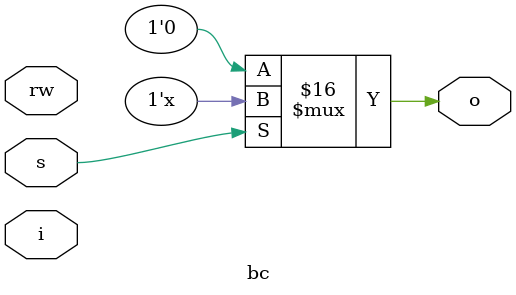
<source format=v>
`timescale 1ns / 1ps
module EX2(output [3:0]o, input mem,rw,input[3:0]i,input[1:0]a);
wire [3:0]d;
wire [15:0]t;

decoder_case twotofour(a, d , mem);

bc bc1(t[0],i[0],d[0],rw);
bc bc2(t[1],i[0],d[1],rw);
bc bc3(t[2],i[0],d[2],rw);
bc bc4(t[3],i[0],d[3],rw);
or(o[0],t[0],t[1],t[2],t[3]);

bc bc5(t[4],i[1],d[0],rw);
bc bc6(t[5],i[1],d[1],rw);
bc bc7(t[6],i[1],d[2],rw);
bc bc8(t[7],i[1],d[3],rw);
or(o[1],t[4],t[5],t[6],t[7]);

bc bc9(t[8],i[2],d[0],rw);
bc bc10(t[9],i[2],d[1],rw);
bc bc11(t[10],i[2],d[2],rw);
bc bc12(t[11],i[2],d[3],rw);
or(o[2],t[8],t[9],t[10],t[11]);

bc bc13(t[12],i[3],d[0],rw);
bc bc14(t[13],i[3],d[1],rw);
bc bc15(t[14],i[3],d[2],rw);
bc bc16(t[15],i[3],d[3],rw);
or(o[3],t[12],t[13],t[14],t[15]);

endmodule

module decoder_case(binary_in, decoder_out , enable);
	input [1:0] binary_in ; // 2 bit binary input
	input enable ; // Enable for the decoder
	output [3:0] decoder_out ; // 4-bit out
	
	reg [3:0] decoder_out ;

 always @ (enable or binary_in)
 begin
	decoder_out = 0; 
	if (enable) begin
		case (binary_in)
			2'b00 : decoder_out = 4'b0001;
			2'b01 : decoder_out = 4'b0010;
			2'b10 : decoder_out = 4'b0100;
			2'b11 : decoder_out = 4'b1000;
		endcase
	end
 end
endmodule

module bc(output o, input i,s,rw);
reg q,o;

always @ (i or s or rw)
  if(s)
    if(rw) o=q;
    else q=i;
  else o=0;
endmodule

</source>
